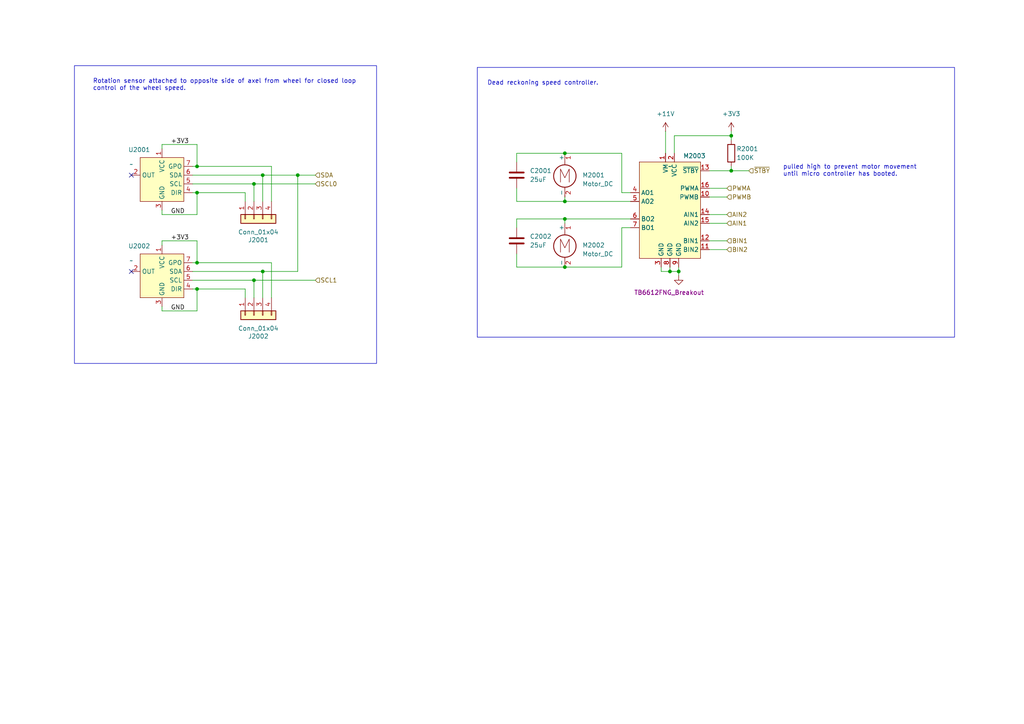
<source format=kicad_sch>
(kicad_sch (version 20231120) (generator "eeschema") (generator_version "8.0")
  (paper "A4")
  (lib_symbols
    (symbol "Connector_Generic:Conn_01x04" (pin_names (offset 1.016) hide)
      (property "Reference" "J" (at 0 5.08 0))
      (property "Value" "Conn_01x04" (at 0 -7.62 0))
      (symbol "Conn_01x04_1_1"
        (rectangle (start -1.27 -4.953) (end 0 -5.207) (stroke (width 0.1524)))
        (rectangle (start -1.27 -2.413) (end 0 -2.667) (stroke (width 0.1524)))
        (rectangle (start -1.27 0.127) (end 0 -0.127) (stroke (width 0.1524)))
        (rectangle (start -1.27 2.667) (end 0 2.413) (stroke (width 0.1524)))
        (rectangle (start -1.27 3.81) (end 1.27 -6.35) (stroke (width 0.254)) (fill (type background)))
        (pin passive line (at -5.08 2.54 0) (length 3.81) (name "Pin_1") (number "1"))
        (pin passive line (at -5.08 0 0) (length 3.81) (name "Pin_2") (number "2"))
        (pin passive line (at -5.08 -2.54 0) (length 3.81) (name "Pin_3") (number "3"))
        (pin passive line (at -5.08 -5.08 0) (length 3.81) (name "Pin_4") (number "4"))
      )
    )
    (symbol "Custom_Library:AS5600_Breakout"
      (property "Reference" "U" (at -6.096 8.636 0))
      (symbol "AS5600_Breakout_0_0"
        (pin power_in line (at 0 8.89 270) (length 2.54) (name "VCC") (number "1"))
        (pin output line (at 8.89 1.27 180) (length 2.54) (name "OUT") (number "2"))
        (pin power_in line (at 0 -8.89 90) (length 2.54) (name "GND") (number "3"))
        (pin input line (at -8.89 -3.81 0) (length 2.54) (name "DIR") (number "4"))
        (pin input line (at -8.89 -1.27 0) (length 2.54) (name "SCL") (number "5"))
        (pin bidirectional line (at -8.89 1.27 0) (length 2.54) (name "SDA") (number "6"))
        (pin input line (at -8.89 3.81 0) (length 2.54) (name "GPO") (number "7"))
      )
      (symbol "AS5600_Breakout_0_1"
        (rectangle (start -6.35 6.35) (end 6.35 -6.35) (fill (type background)))
      )
    )
    (symbol "Custom_Library:TB6612FNG_Breakout" (exclude_from_sim yes) (in_bom no) (on_board no)
      (property "Reference" "U" (at -5.08 15.494 0))
      (symbol "TB6612FNG_Breakout_0_0"
        (pin power_in line (at -1.27 16.51 270) (length 2.54) (name "VM") (number "1"))
        (pin input line (at 11.43 3.81 180) (length 2.54) (name "PWMB") (number "10"))
        (pin input line (at 11.43 -11.43 180) (length 2.54) (name "BIN2") (number "11"))
        (pin input line (at 11.43 -8.89 180) (length 2.54) (name "BIN1") (number "12"))
        (pin input line (at 11.43 11.43 180) (length 2.54) (name "~{STBY}") (number "13"))
        (pin input line (at 11.43 -1.27 180) (length 2.54) (name "AIN1") (number "14"))
        (pin input line (at 11.43 -3.81 180) (length 2.54) (name "AIN2") (number "15"))
        (pin input line (at 11.43 6.35 180) (length 2.54) (name "PWMA") (number "16"))
        (pin power_in line (at 1.27 16.51 270) (length 2.54) (name "VCC") (number "2"))
        (pin power_in line (at -2.54 -16.51 90) (length 2.54) (name "GND") (number "3"))
        (pin output line (at -11.43 5.08 0) (length 2.54) (name "AO1") (number "4"))
        (pin output line (at -11.43 2.54 0) (length 2.54) (name "AO2") (number "5"))
        (pin output line (at -11.43 -2.54 0) (length 2.54) (name "BO2") (number "6"))
        (pin output line (at -11.43 -5.08 0) (length 2.54) (name "BO1") (number "7"))
        (pin power_in line (at 0 -16.51 90) (length 2.54) (name "GND") (number "8"))
        (pin power_in line (at 2.54 -16.51 90) (length 2.54) (name "GND") (number "9"))
      )
      (symbol "TB6612FNG_Breakout_0_1"
        (rectangle (start -8.89 13.97) (end 8.89 -13.97) (fill (type background)))
      )
    )
    (symbol "Device:C" (pin_numbers hide) (pin_names (offset 0.254))
      (property "Reference" "C" (at 0.635 2.54 0))
      (property "Value" "C" (at 0.635 -2.54 0))
      (symbol "C_0_1"
        (polyline (pts (xy -2.032 -0.762) (xy 2.032 -0.762)) (stroke (width 0.508)))
        (polyline (pts (xy -2.032 0.762) (xy 2.032 0.762)) (stroke (width 0.508)))
      )
      (symbol "C_1_1"
        (pin passive line (at 0 3.81 270) (length 2.794) (name "~") (number "1"))
        (pin passive line (at 0 -3.81 90) (length 2.794) (name "~") (number "2"))
      )
    )
    (symbol "Device:R" (pin_numbers hide) (pin_names (offset 0))
      (property "Reference" "R" (at 2.032 0 90))
      (property "Value" "R" (at 0 0 90))
      (symbol "R_0_1"
        (rectangle (start -1.016 -2.54) (end 1.016 2.54) (stroke (width 0.254)))
      )
      (symbol "R_1_1"
        (pin passive line (at 0 3.81 270) (length 1.27) (name "~") (number "1"))
        (pin passive line (at 0 -3.81 90) (length 1.27) (name "~") (number "2"))
      )
    )
    (symbol "Motor:Motor_DC" (pin_names (offset 0))
      (property "Reference" "M" (at 2.54 2.54 0))
      (property "Value" "Motor_DC" (at 2.54 -5.08 0))
      (symbol "Motor_DC_0_0"
        (polyline (pts (xy -1.27 -3.302) (xy -1.27 0.508) (xy 0 -2.032) (xy 1.27 0.508) (xy 1.27 -3.302)))
      )
      (symbol "Motor_DC_0_1"
        (circle (center 0 -1.524) (radius 3.2512) (stroke (width 0.254)))
        (polyline (pts (xy 0 -7.62) (xy 0 -7.112)))
        (polyline (pts (xy 0 -4.7752) (xy 0 -5.1816)))
        (polyline (pts (xy 0 1.7272) (xy 0 2.0828)))
        (polyline (pts (xy 0 2.032) (xy 0 2.54)))
      )
      (symbol "Motor_DC_1_1"
        (pin passive line (at 0 5.08 270) (length 2.54) (name "+") (number "1"))
        (pin passive line (at 0 -7.62 90) (length 2.54) (name "-") (number "2"))
      )
    )
    (symbol "power:+3V3" (power) (pin_numbers hide) (pin_names (offset 0) hide)
      (property "Value" "+3V3" (at 0 3.556 0))
      (symbol "+3V3_0_1"
        (polyline (pts (xy -0.762 1.27) (xy 0 2.54)))
        (polyline (pts (xy 0 0) (xy 0 2.54)))
        (polyline (pts (xy 0 2.54) (xy 0.762 1.27)))
      )
      (symbol "+3V3_1_1"
        (pin power_in line (at 0 0 90) (length 0) (name "~") (number "1"))
      )
    )
    (symbol "power:GND" (power) (pin_numbers hide) (pin_names (offset 0) hide)
      (property "Value" "GND" (at 0 -3.81 0))
      (symbol "GND_0_1"
        (polyline (pts (xy 0 0) (xy 0 -1.27) (xy 1.27 -1.27) (xy 0 -2.54) (xy -1.27 -1.27) (xy 0 -1.27)))
      )
      (symbol "GND_1_1"
        (pin power_in line (at 0 0 270) (length 0) (name "~") (number "1"))
      )
    )
    (symbol "power:VCC" (power) (pin_numbers hide) (pin_names (offset 0) hide)
      (property "Value" "VCC" (at 0 3.556 0))
      (symbol "VCC_0_1"
        (polyline (pts (xy -0.762 1.27) (xy 0 2.54)))
        (polyline (pts (xy 0 0) (xy 0 2.54)))
        (polyline (pts (xy 0 2.54) (xy 0.762 1.27)))
      )
      (symbol "VCC_1_1"
        (pin power_in line (at 0 0 90) (length 0) (name "~") (number "1"))
      )
    )
  )
  (junction (at 163.83 58.42))
  (junction (at 163.83 77.47))
  (junction (at 163.83 44.45))
  (junction (at 212.09 39.37))
  (junction (at 76.2 78.74))
  (junction (at 57.15 83.82))
  (junction (at 86.36 50.8))
  (junction (at 212.09 49.53))
  (junction (at 76.2 50.8))
  (junction (at 57.15 48.26))
  (junction (at 57.15 76.2))
  (junction (at 194.31 78.74))
  (junction (at 73.66 81.28))
  (junction (at 163.83 63.5))
  (junction (at 57.15 55.88))
  (junction (at 73.66 53.34))
  (junction (at 196.85 78.74))
  (no_connect (at 38.1 78.74))
  (no_connect (at 38.1 50.8))
  (wire (pts (xy 180.34 77.47) (xy 163.83 77.47)))
  (wire (pts (xy 205.74 69.85) (xy 210.82 69.85)))
  (wire (pts (xy 149.86 46.99) (xy 149.86 44.45)))
  (wire (pts (xy 212.09 48.26) (xy 212.09 49.53)))
  (wire (pts (xy 57.15 48.26) (xy 57.15 41.91)))
  (wire (pts (xy 163.83 63.5) (xy 182.88 63.5)))
  (wire (pts (xy 57.15 69.85) (xy 46.99 69.85)))
  (wire (pts (xy 212.09 39.37) (xy 212.09 40.64)))
  (wire (pts (xy 212.09 49.53) (xy 217.17 49.53)))
  (wire (pts (xy 46.99 41.91) (xy 46.99 43.18)))
  (wire (pts (xy 163.83 58.42) (xy 163.83 57.15)))
  (wire (pts (xy 78.74 76.2) (xy 78.74 86.36)))
  (wire (pts (xy 196.85 78.74) (xy 196.85 80.01)))
  (wire (pts (xy 73.66 81.28) (xy 91.44 81.28)))
  (wire (pts (xy 191.77 77.47) (xy 191.77 78.74)))
  (wire (pts (xy 57.15 76.2) (xy 57.15 69.85)))
  (wire (pts (xy 57.15 41.91) (xy 46.99 41.91)))
  (wire (pts (xy 205.74 72.39) (xy 210.82 72.39)))
  (wire (pts (xy 149.86 44.45) (xy 163.83 44.45)))
  (wire (pts (xy 71.12 83.82) (xy 57.15 83.82)))
  (wire (pts (xy 76.2 78.74) (xy 76.2 86.36)))
  (wire (pts (xy 86.36 50.8) (xy 91.44 50.8)))
  (wire (pts (xy 73.66 53.34) (xy 73.66 58.42)))
  (wire (pts (xy 193.04 38.1) (xy 193.04 44.45)))
  (wire (pts (xy 163.83 64.77) (xy 163.83 63.5)))
  (wire (pts (xy 149.86 63.5) (xy 163.83 63.5)))
  (wire (pts (xy 46.99 90.17) (xy 46.99 88.9)))
  (wire (pts (xy 180.34 66.04) (xy 180.34 77.47)))
  (wire (pts (xy 163.83 58.42) (xy 182.88 58.42)))
  (wire (pts (xy 55.88 50.8) (xy 76.2 50.8)))
  (wire (pts (xy 57.15 83.82) (xy 55.88 83.82)))
  (wire (pts (xy 212.09 38.1) (xy 212.09 39.37)))
  (wire (pts (xy 57.15 48.26) (xy 78.74 48.26)))
  (wire (pts (xy 149.86 77.47) (xy 163.83 77.47)))
  (wire (pts (xy 191.77 78.74) (xy 194.31 78.74)))
  (wire (pts (xy 86.36 78.74) (xy 86.36 50.8)))
  (wire (pts (xy 76.2 50.8) (xy 86.36 50.8)))
  (wire (pts (xy 180.34 44.45) (xy 163.83 44.45)))
  (wire (pts (xy 71.12 83.82) (xy 71.12 86.36)))
  (wire (pts (xy 71.12 55.88) (xy 71.12 58.42)))
  (wire (pts (xy 205.74 62.23) (xy 210.82 62.23)))
  (wire (pts (xy 76.2 50.8) (xy 76.2 58.42)))
  (wire (pts (xy 149.86 54.61) (xy 149.86 58.42)))
  (wire (pts (xy 195.58 39.37) (xy 195.58 44.45)))
  (wire (pts (xy 180.34 66.04) (xy 182.88 66.04)))
  (wire (pts (xy 194.31 77.47) (xy 194.31 78.74)))
  (wire (pts (xy 73.66 81.28) (xy 73.66 86.36)))
  (wire (pts (xy 149.86 73.66) (xy 149.86 77.47)))
  (wire (pts (xy 149.86 66.04) (xy 149.86 63.5)))
  (wire (pts (xy 55.88 48.26) (xy 57.15 48.26)))
  (wire (pts (xy 195.58 39.37) (xy 212.09 39.37)))
  (wire (pts (xy 57.15 55.88) (xy 55.88 55.88)))
  (wire (pts (xy 205.74 54.61) (xy 210.82 54.61)))
  (wire (pts (xy 180.34 44.45) (xy 180.34 55.88)))
  (wire (pts (xy 46.99 62.23) (xy 46.99 60.96)))
  (wire (pts (xy 71.12 55.88) (xy 57.15 55.88)))
  (wire (pts (xy 73.66 53.34) (xy 91.44 53.34)))
  (wire (pts (xy 196.85 78.74) (xy 196.85 77.47)))
  (wire (pts (xy 46.99 69.85) (xy 46.99 71.12)))
  (wire (pts (xy 149.86 58.42) (xy 163.83 58.42)))
  (wire (pts (xy 57.15 83.82) (xy 57.15 90.17)))
  (wire (pts (xy 180.34 55.88) (xy 182.88 55.88)))
  (wire (pts (xy 194.31 78.74) (xy 196.85 78.74)))
  (wire (pts (xy 55.88 76.2) (xy 57.15 76.2)))
  (wire (pts (xy 205.74 57.15) (xy 210.82 57.15)))
  (wire (pts (xy 205.74 64.77) (xy 210.82 64.77)))
  (wire (pts (xy 55.88 53.34) (xy 73.66 53.34)))
  (wire (pts (xy 46.99 90.17) (xy 57.15 90.17)))
  (wire (pts (xy 57.15 76.2) (xy 78.74 76.2)))
  (wire (pts (xy 205.74 49.53) (xy 212.09 49.53)))
  (wire (pts (xy 78.74 48.26) (xy 78.74 58.42)))
  (wire (pts (xy 55.88 78.74) (xy 76.2 78.74)))
  (wire (pts (xy 46.99 62.23) (xy 57.15 62.23)))
  (wire (pts (xy 55.88 81.28) (xy 73.66 81.28)))
  (wire (pts (xy 57.15 55.88) (xy 57.15 62.23)))
  (wire (pts (xy 76.2 78.74) (xy 86.36 78.74)))
  (rectangle (start 138.43 19.558) (end 276.86 97.79))
  (rectangle (start 21.59 19.05) (end 109.22 105.41))
  (text "pulled high to prevent motor movement\nuntil micro controller has booted." (at 227.076 49.53 0) (effects (font (size 1.27 1.27)) (justify left)))
  (text "Dead reckoning speed controller." (at 157.48 24.13 0) (effects (font (size 1.27 1.27))))
  (text "Rotation sensor attached to opposite side of axel from wheel for closed loop\ncontrol of the wheel speed." (at 26.924 24.638 0) (effects (font (size 1.27 1.27)) (justify left)))
  (label "GND" (at 49.53 90.17 0))
  (label "GND" (at 49.53 62.23 0))
  (label "+3V3" (at 49.53 69.85 0))
  (label "+3V3" (at 49.53 41.91 0))
  (hierarchical_label "AIN2" (shape input) (at 210.82 62.23 0))
  (hierarchical_label "~{STBY}" (shape input) (at 217.17 49.53 0))
  (hierarchical_label "SCL0" (shape input) (at 91.44 53.34 0))
  (hierarchical_label "PWMA" (shape input) (at 210.82 54.61 0))
  (hierarchical_label "PWMB" (shape input) (at 210.82 57.15 0))
  (hierarchical_label "SDA" (shape input) (at 91.44 50.8 0))
  (hierarchical_label "SCL1" (shape input) (at 91.44 81.28 0))
  (hierarchical_label "BIN2" (shape input) (at 210.82 72.39 0))
  (hierarchical_label "AIN1" (shape input) (at 210.82 64.77 0))
  (hierarchical_label "BIN1" (shape input) (at 210.82 69.85 0))
  (symbol (lib_id "Device:R") (at 212.09 44.45 180) (unit 1)
    (property "Reference" "R2001" (at 213.614 43.18 0) (effects (justify right)))
    (property "Value" "100K" (at 213.614 45.72 0) (effects (justify right)))
    (property "Description" "Resistor" (effects (hide yes)))
    (instances (project "Buggy" (path "" (reference "R2001") (unit 1)) (path "" (reference "R1") (unit 1))))
  )
  (symbol (lib_id "Connector_Generic:Conn_01x04") (at 73.66 63.5 90) (mirror x) (unit 1)
    (property "Reference" "J2001" (at 74.93 69.596 90))
    (property "Value" "Conn_01x04" (at 74.93 67.31 90))
    (property "Description" "Generic connector, single row, 01x04, script generated (kicad-library-utils/schlib/autogen/connector/)" (effects (hide yes)))
    (instances (project "Buggy" (path "" (reference "J2001") (unit 1)) (path "" (reference "J3001") (unit 1))))
  )
  (symbol (lib_id "Custom_Library:AS5600_Breakout") (at 46.99 52.07 0) (mirror y) (unit 1)
    (property "Reference" "U2001" (at 40.386 43.434 0))
    (property "Value" "~" (at 38.1 47.6565 0))
    (instances (project "Buggy" (path "" (reference "U2001") (unit 1)) (path "" (reference "U3001") (unit 1))))
  )
  (symbol (lib_id "Device:C") (at 149.86 50.8 0) (unit 1)
    (property "Reference" "C2001" (at 153.67 49.5299 0) (effects (justify left)))
    (property "Value" "25uF" (at 153.67 52.0699 0) (effects (justify left)))
    (property "Description" "Unpolarized capacitor" (effects (hide yes)))
    (instances (project "Buggy" (path "" (reference "C2001") (unit 1)) (path "" (reference "C1") (unit 1))))
  )
  (symbol (lib_id "Custom_Library:AS5600_Breakout") (at 46.99 80.01 0) (mirror y) (unit 1)
    (property "Reference" "U2002" (at 40.386 71.374 0))
    (property "Value" "~" (at 38.1 75.5965 0))
    (instances (project "Buggy" (path "" (reference "U2002") (unit 1)) (path "" (reference "U3002") (unit 1))))
  )
  (symbol (lib_id "Custom_Library:TB6612FNG_Breakout") (at 194.31 60.96 0) (unit 1) (exclude_from_sim yes)
    (property "Reference" "M2003" (at 201.422 45.212 0))
    (property "Value" "~" (at 194.31 48.26 0))
    (property "Footprint" "TB6612FNG_Breakout" (at 194.056 84.836 0))
    (instances (project "Buggy" (path "" (reference "M2003") (unit 1)) (path "" (reference "M3") (unit 1))))
  )
  (symbol (lib_id "power:GND") (at 196.85 80.01 0) (unit 1)
    (property "Reference" "#PWR02006" (effects (hide yes)))
    (property "Value" "GND" (effects (hide yes)))
    (property "Description" "Power symbol creates a global label with name \"GND\" , ground" (effects (hide yes)))
    (instances (project "" (path "" (reference "#PWR02006") (unit 1)) (path "" (reference "#PWR03005") (unit 1))))
  )
  (symbol (lib_id "power:VCC") (at 193.04 38.1 0) (unit 1)
    (property "Reference" "#PWR02005" (effects (hide yes)))
    (property "Value" "+11V" (at 193.04 33.02 0))
    (property "Description" "Power symbol creates a global label with name \"VCC\"" (effects (hide yes)))
    (instances (project "Buggy" (path "" (reference "#PWR02005") (unit 1)) (path "" (reference "#PWR05") (unit 1))))
  )
  (symbol (lib_id "power:+3V3") (at 212.09 38.1 0) (unit 1)
    (property "Reference" "#PWR02007" (effects (hide yes)))
    (property "Value" "+3V3" (at 212.09 33.02 0))
    (property "Description" "Power symbol creates a global label with name \"+3V3\"" (effects (hide yes)))
    (instances (project "Buggy" (path "" (reference "#PWR02007") (unit 1)) (path "" (reference "#PWR02") (unit 1))))
  )
  (symbol (lib_id "Connector_Generic:Conn_01x04") (at 73.66 91.44 90) (mirror x) (unit 1)
    (property "Reference" "J2002" (at 74.93 97.536 90))
    (property "Value" "Conn_01x04" (at 74.93 95.25 90))
    (property "Description" "Generic connector, single row, 01x04, script generated (kicad-library-utils/schlib/autogen/connector/)" (effects (hide yes)))
    (instances (project "Buggy" (path "" (reference "J2002") (unit 1)) (path "" (reference "J3002") (unit 1))))
  )
  (symbol (lib_id "Device:C") (at 149.86 69.85 0) (unit 1)
    (property "Reference" "C2002" (at 153.67 68.5799 0) (effects (justify left)))
    (property "Value" "25uF" (at 153.67 71.1199 0) (effects (justify left)))
    (property "Description" "Unpolarized capacitor" (effects (hide yes)))
    (instances (project "Buggy" (path "" (reference "C2002") (unit 1)) (path "" (reference "C2") (unit 1))))
  )
  (symbol (lib_id "Motor:Motor_DC") (at 163.83 69.85 0) (unit 1)
    (property "Reference" "M2002" (at 168.91 71.1199 0) (effects (justify left)))
    (property "Value" "Motor_DC" (at 168.91 73.6599 0) (effects (justify left)))
    (property "Description" "DC Motor" (effects (hide yes)))
    (instances (project "Buggy" (path "" (reference "M2002") (unit 1)) (path "" (reference "M2") (unit 1))))
  )
  (symbol (lib_id "Motor:Motor_DC") (at 163.83 49.53 0) (unit 1)
    (property "Reference" "M2001" (at 168.91 50.7999 0) (effects (justify left)))
    (property "Value" "Motor_DC" (at 168.91 53.3399 0) (effects (justify left)))
    (property "Description" "DC Motor" (effects (hide yes)))
    (instances (project "Buggy" (path "" (reference "M2001") (unit 1)) (path "" (reference "M1") (unit 1))))
  )
)
</source>
